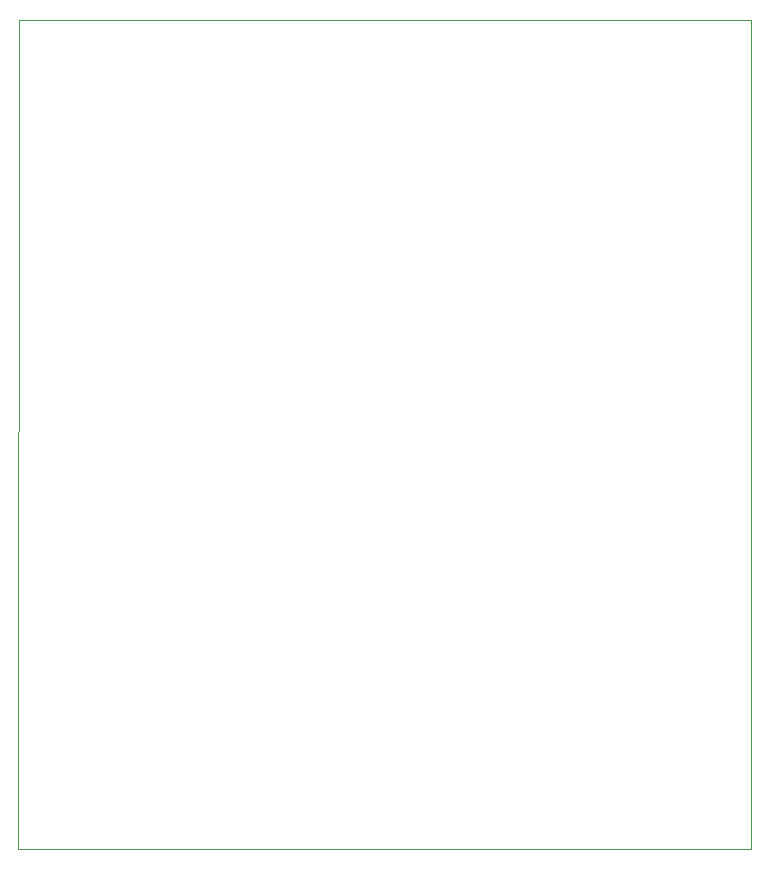
<source format=gbr>
G04 Layer_Color=0*
%FSLAX26Y26*%
%MOIN*%
%TF.FileFunction,Profile,NP*%
%TF.Part,Single*%
G01*
G75*
%TA.AperFunction,Profile*%
%ADD96C,0.001000*%
D96*
X-157480Y-162913D02*
X2283464Y-163839D01*
X2283466Y2598470D01*
X-156478Y2598382D01*
X-157480Y-162913D01*
%TF.MD5,c162ed2f3d1e38d58ab7278332e1a8a4*%
M02*

</source>
